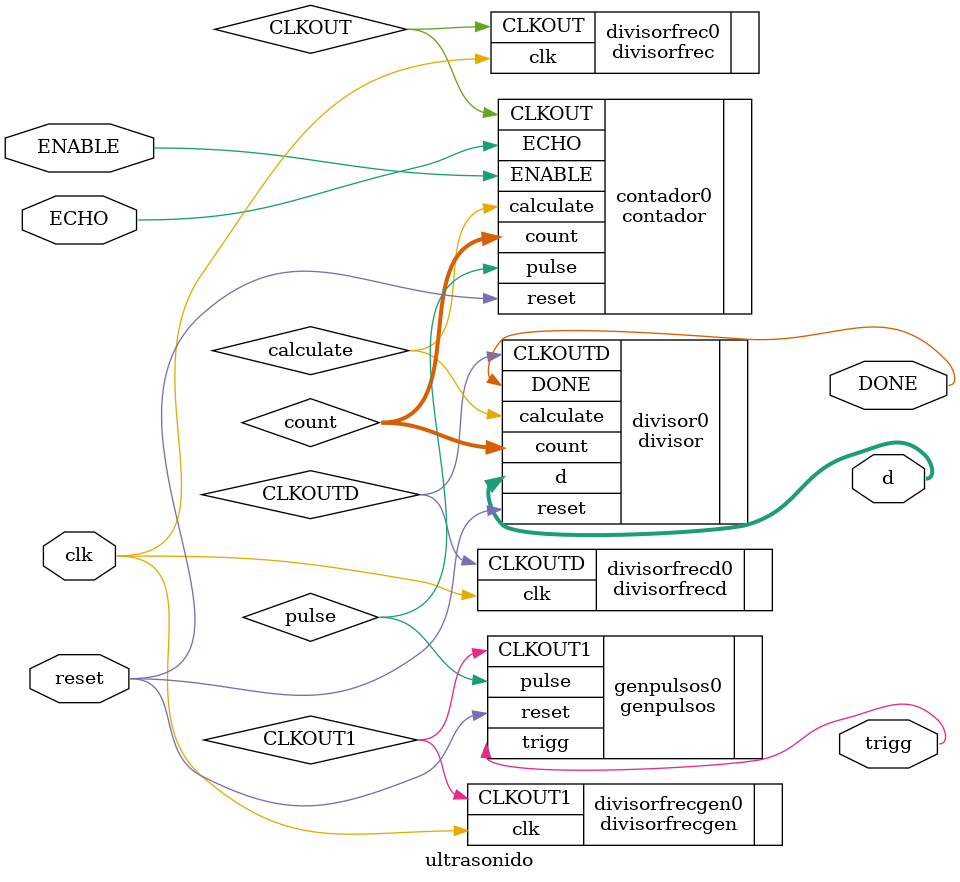
<source format=v>
module	ultrasonido	(
				output [7:0]	d,
				output 		trigg,
				output 		DONE,
				input 		ENABLE,
				input 		ECHO,
				input		clk,
				input		reset

			 );
	wire	[7:0]	count;
divisorfrec	divisorfrec0	(	
					.clk		(	clk		),
					.CLKOUT		(	CLKOUT		)
				);

divisorfrecgen	divisorfrecgen0	(	
					.clk		(	clk		),
					.CLKOUT1	(	CLKOUT1		)
				);

divisorfrecd	divisorfrecd0	(
					.clk		(	clk		),
					.CLKOUTD	(	CLKOUTD		)
				);

genpulsos	genpulsos0	(
					.pulse		(	pulse		),
					.CLKOUT1	(	CLKOUT1		),
					.reset		(	reset		),
					.trigg		(	trigg		)
				);


contador	contador0	(
					.reset		(	reset		),
					.count		(	count		),
					.pulse		(	pulse		),
					.calculate	(	calculate	),
					.ECHO		(	ECHO		),
					.ENABLE		(	ENABLE		),
					.CLKOUT		(	CLKOUT		)
				);



divisor		divisor0	(
					.reset		(	reset		),
					.count		(	count/*[7:0]*/	),
					.calculate	(	calculate	),
					.DONE		(	DONE		),
					.d		(	d		),
					.CLKOUTD	(	CLKOUTD		)
				);

endmodule

</source>
